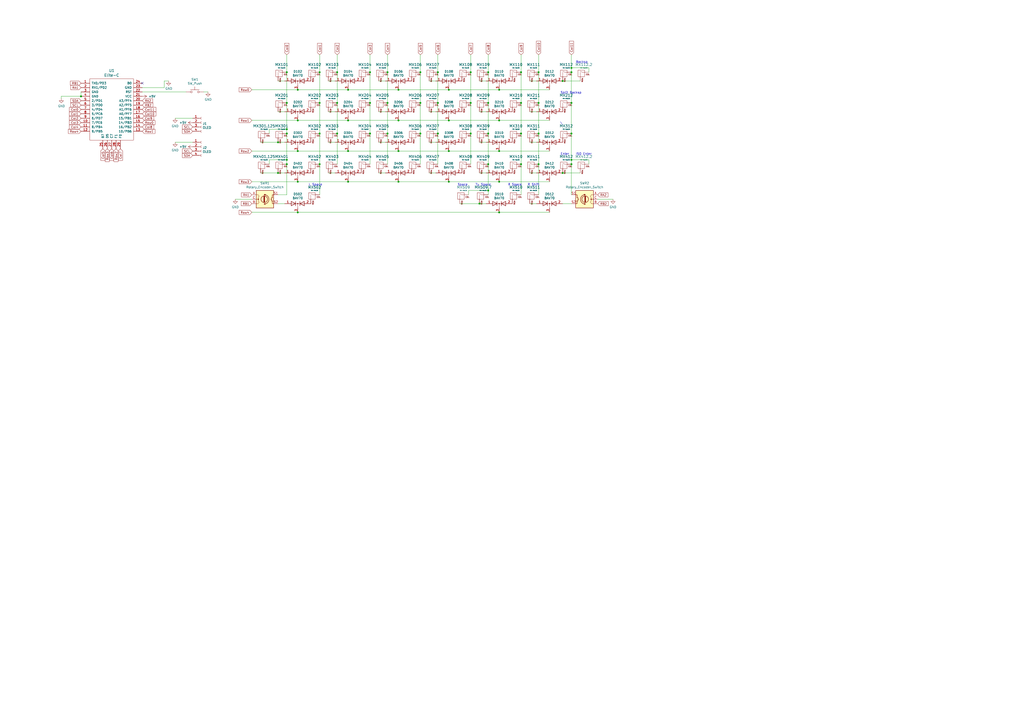
<source format=kicad_sch>
(kicad_sch (version 20211123) (generator eeschema)
  (paper "A2")
  (title_block (title "Sketchy Sketchy PCB") (date "2022-02-04") (rev "1") (company "dcpedit"))
  (lib_symbols
    (symbol "Connector:Conn_01x04_Female" (pin_names (offset 1.016) hide)
      (property "Reference" "J" (at 0 5.08 0))
      (property "Value" "Conn_01x04_Female" (at 0 -7.62 0))
      (symbol "Conn_01x04_Female_1_1"
        (pin passive line (at -5.08 2.54 0) (length 3.81) (name "Pin_1") (number "1"))
        (pin passive line (at -5.08 0 0) (length 3.81) (name "Pin_2") (number "2"))
        (pin passive line (at -5.08 -2.54 0) (length 3.81) (name "Pin_3") (number "3"))
        (pin passive line (at -5.08 -5.08 0) (length 3.81) (name "Pin_4") (number "4"))
      )
    )
    (symbol "Device:Rotary_Encoder_Switch" (pin_names (offset 0.254) hide)
      (property "Reference" "SW" (at 0 6.604 0))
      (property "Value" "Device_Rotary_Encoder_Switch" (at 0 -6.604 0))
      (symbol "Rotary_Encoder_Switch_1_1"
        (pin passive line (at -7.62 2.54 0) (length 2.54) (name "A") (number "A"))
        (pin passive line (at -7.62 -2.54 0) (length 2.54) (name "B") (number "B"))
        (pin passive line (at -7.62 0 0) (length 2.54) (name "C") (number "C"))
        (pin passive line (at 7.62 2.54 180) (length 2.54) (name "S1") (number "S1"))
        (pin passive line (at 7.62 -2.54 180) (length 2.54) (name "S2") (number "S2"))
      )
    )
    (symbol "Diode:BAV70" (pin_names (offset 0.762) hide)
      (property "Reference" "D" (at 0.635 -2.54 0))
      (property "Value" "BAV70" (at 0 2.54 0))
      (symbol "BAV70_0_1"
        (pin passive line (at -7.62 0 0) (length 3.81) (name "A") (number "1"))
        (pin passive line (at 7.62 0 180) (length 3.81) (name "A") (number "2"))
        (pin passive line (at 0 -5.08 90) (length 2.54) (name "K") (number "3"))
      )
    )
    (symbol "Switch:SW_Push" (pin_numbers hide) (pin_names (offset 1.016) hide)
      (property "Reference" "SW" (at 1.27 2.54 0))
      (property "Value" "SW_Push" (at 0 -1.524 0))
      (symbol "SW_Push_0_1"
        (pin passive line (at -5.08 0 0) (length 2.54) (name "1") (number "1"))
        (pin passive line (at 5.08 0 180) (length 2.54) (name "2") (number "2"))
      )
    )
    (symbol "power:+5V" (power) (pin_names (offset 0))
      (property "Value" "+5V" (at 0 3.556 0))
      (symbol "+5V_1_1"
        (pin power_in line (at 0 0 90) (length 0) hide (name "+5V") (number "1"))
      )
    )
    (symbol "power:GND" (power) (pin_names (offset 0))
      (property "Value" "GND" (at 0 -3.81 0))
      (symbol "GND_1_1"
        (pin power_in line (at 0 0 270) (length 0) hide (name "GND") (number "1"))
      )
    )
    (symbol "sketchy-rescue:Elite-C-keebio-sketchy-rescue" (pin_names (offset 1.016))
      (property "Reference" "U" (at 0 0 0))
      (property "Value" "Elite-C-keebio-sketchy-rescue" (at 0 2.54 0))
      (symbol "Elite-C-keebio-sketchy-rescue_1_1"
        (pin input line (at -17.78 13.97 0) (length 5.08) (name "TX0/PD3") (number "1"))
        (pin input line (at -17.78 -8.89 0) (length 5.08) (name "7/PE6") (number "10"))
        (pin input line (at -17.78 -11.43 0) (length 5.08) (name "8/PB4") (number "11"))
        (pin input line (at -17.78 -13.97 0) (length 5.08) (name "9/PB5") (number "12"))
        (pin input line (at 17.78 -13.97 180) (length 5.08) (name "10/PB6") (number "13"))
        (pin input line (at 17.78 -11.43 180) (length 5.08) (name "16/PB2") (number "14"))
        (pin input line (at 17.78 -8.89 180) (length 5.08) (name "14/PB3") (number "15"))
        (pin input line (at 17.78 -6.35 180) (length 5.08) (name "15/PB1") (number "16"))
        (pin input line (at 17.78 -3.81 180) (length 5.08) (name "A0/PF7") (number "17"))
        (pin input line (at 17.78 -1.27 180) (length 5.08) (name "A1/PF6") (number "18"))
        (pin input line (at 17.78 1.27 180) (length 5.08) (name "A2/PF5") (number "19"))
        (pin input line (at -17.78 11.43 0) (length 5.08) (name "RX1/PD2") (number "2"))
        (pin input line (at 17.78 3.81 180) (length 5.08) (name "A3/PF4") (number "20"))
        (pin input line (at 17.78 6.35 180) (length 5.08) (name "VCC") (number "21"))
        (pin input line (at 17.78 8.89 180) (length 5.08) (name "RST") (number "22"))
        (pin input line (at 17.78 11.43 180) (length 5.08) (name "GND") (number "23"))
        (pin input line (at 17.78 13.97 180) (length 5.08) (name "B0") (number "24"))
        (pin input line (at -5.08 -24.13 90) (length 5.08) (name "B7") (number "25"))
        (pin input line (at -2.54 -24.13 90) (length 5.08) (name "D5") (number "26"))
        (pin input line (at 0 -24.13 90) (length 5.08) (name "C7") (number "27"))
        (pin input line (at 2.54 -24.13 90) (length 5.08) (name "F1") (number "28"))
        (pin input line (at 5.08 -24.13 90) (length 5.08) (name "F0") (number "29"))
        (pin input line (at -17.78 8.89 0) (length 5.08) (name "GND") (number "3"))
        (pin input line (at -17.78 6.35 0) (length 5.08) (name "GND") (number "4"))
        (pin input line (at -17.78 3.81 0) (length 5.08) (name "2/PD1") (number "5"))
        (pin input line (at -17.78 1.27 0) (length 5.08) (name "3/PD0") (number "6"))
        (pin input line (at -17.78 -1.27 0) (length 5.08) (name "4/PD4") (number "7"))
        (pin input line (at -17.78 -3.81 0) (length 5.08) (name "5/PC6") (number "8"))
        (pin input line (at -17.78 -6.35 0) (length 5.08) (name "6/PD7") (number "9"))
      )
    )
    (symbol "sketchy-rescue:MX-NoLED-MX_Alps_Hybrid-sketchy-rescue" (pin_names (offset 1.016))
      (property "Reference" "MX" (at -0.635 3.81 0))
      (property "Value" "MX-NoLED-MX_Alps_Hybrid-sketchy-rescue" (at -0.635 1.27 0))
      (symbol "MX-NoLED-MX_Alps_Hybrid-sketchy-rescue_0_0"
        (text "COL" (at 3.175 0 0) (effects (font (size 0.762 0.762))))
        (text "ROW" (at 0 -1.905 900) (effects (font (size 0.762 0.762)) (justify right)))
      )
      (symbol "MX-NoLED-MX_Alps_Hybrid-sketchy-rescue_1_1"
        (pin passive line (at 3.81 1.27 180) (length 2.54) (name "COL") (number "1"))
        (pin passive line (at -1.27 -3.81 90) (length 2.54) (name "ROW") (number "2"))
      )
    )
  )
  (junction (at 172.72 87.63))
  (junction (at 161.29 82.55))
  (junction (at 231.14 52.07))
  (junction (at 312.42 95.25))
  (junction (at 166.37 92.71))
  (junction (at 224.79 59.69))
  (junction (at 166.37 77.47))
  (junction (at 195.58 59.69))
  (junction (at 243.84 59.69))
  (junction (at 231.14 105.41))
  (junction (at 283.21 110.49))
  (junction (at 46.99 55.88))
  (junction (at 201.93 105.41))
  (junction (at 273.05 77.47))
  (junction (at 254 77.47))
  (junction (at 312.42 41.91))
  (junction (at 201.93 69.85))
  (junction (at 224.79 77.47))
  (junction (at 166.37 74.93))
  (junction (at 214.63 77.47))
  (junction (at 166.37 41.91))
  (junction (at 166.37 59.69))
  (junction (at 195.58 41.91))
  (junction (at 331.47 59.69))
  (junction (at 273.05 41.91))
  (junction (at 260.35 87.63))
  (junction (at 331.47 95.25))
  (junction (at 331.47 92.71))
  (junction (at 195.58 77.47))
  (junction (at 302.26 95.25))
  (junction (at 243.84 41.91))
  (junction (at 289.56 69.85))
  (junction (at 254 59.69))
  (junction (at 289.56 87.63))
  (junction (at 283.21 41.91))
  (junction (at 185.42 59.69))
  (junction (at 273.05 59.69))
  (junction (at 231.14 69.85))
  (junction (at 243.84 77.47))
  (junction (at 331.47 39.37))
  (junction (at 283.21 95.25))
  (junction (at 185.42 41.91))
  (junction (at 172.72 105.41))
  (junction (at 302.26 41.91))
  (junction (at 260.35 105.41))
  (junction (at 214.63 59.69))
  (junction (at 166.37 95.25))
  (junction (at 224.79 41.91))
  (junction (at 289.56 105.41))
  (junction (at 283.21 77.47))
  (junction (at 326.39 100.33))
  (junction (at 326.39 46.99))
  (junction (at 260.35 52.07))
  (junction (at 302.26 59.69))
  (junction (at 172.72 69.85))
  (junction (at 331.47 77.47))
  (junction (at 201.93 52.07))
  (junction (at 172.72 123.19))
  (junction (at 161.29 100.33))
  (junction (at 312.42 77.47))
  (junction (at 283.21 59.69))
  (junction (at 278.13 118.11))
  (junction (at 289.56 52.07))
  (junction (at 331.47 41.91))
  (junction (at 172.72 52.07))
  (junction (at 231.14 87.63))
  (junction (at 201.93 87.63))
  (junction (at 289.56 123.19))
  (junction (at 302.26 77.47))
  (junction (at 260.35 69.85))
  (junction (at 254 41.91))
  (junction (at 312.42 59.69))
  (junction (at 185.42 95.25))
  (junction (at 214.63 41.91))
  (junction (at 185.42 77.47))
  (no_connect (at 82.55 48.26))
  (wire (pts (xy 307.34 100.33) (xy 311.15 100.33)))
  (wire (pts (xy 289.56 123.19) (xy 318.77 123.19)))
  (wire (pts (xy 224.79 41.91) (xy 224.79 31.75)))
  (wire (pts (xy 161.29 64.77) (xy 165.1 64.77)))
  (wire (pts (xy 302.26 41.91) (xy 302.26 31.75)))
  (wire (pts (xy 219.71 100.33) (xy 223.52 100.33)))
  (wire (pts (xy 243.84 95.25) (xy 243.84 77.47)))
  (wire (pts (xy 318.77 105.41) (xy 289.56 105.41)))
  (wire (pts (xy 336.55 100.33) (xy 326.39 100.33)))
  (wire (pts (xy 214.63 95.25) (xy 214.63 77.47)))
  (wire (pts (xy 161.29 113.03) (xy 166.37 113.03)))
  (wire (pts (xy 35.56 55.88) (xy 35.56 57.15)))
  (wire (pts (xy 331.47 41.91) (xy 331.47 39.37)))
  (wire (pts (xy 190.5 100.33) (xy 194.31 100.33)))
  (wire (pts (xy 101.6 82.55) (xy 111.76 82.55)))
  (wire (pts (xy 260.35 69.85) (xy 231.14 69.85)))
  (wire (pts (xy 214.63 59.69) (xy 214.63 41.91)))
  (wire (pts (xy 307.34 82.55) (xy 311.15 82.55)))
  (wire (pts (xy 156.21 92.71) (xy 166.37 92.71)))
  (wire (pts (xy 166.37 74.93) (xy 166.37 59.69)))
  (wire (pts (xy 254 41.91) (xy 254 31.75)))
  (wire (pts (xy 172.72 52.07) (xy 146.05 52.07)))
  (wire (pts (xy 172.72 123.19) (xy 289.56 123.19)))
  (wire (pts (xy 231.14 69.85) (xy 201.93 69.85)))
  (wire (pts (xy 312.42 41.91) (xy 312.42 31.75)))
  (wire (pts (xy 318.77 69.85) (xy 289.56 69.85)))
  (wire (pts (xy 118.11 53.34) (xy 120.65 53.34)))
  (wire (pts (xy 201.93 52.07) (xy 172.72 52.07)))
  (wire (pts (xy 248.92 100.33) (xy 252.73 100.33)))
  (wire (pts (xy 172.72 123.19) (xy 146.05 123.19)))
  (wire (pts (xy 185.42 41.91) (xy 185.42 31.75)))
  (wire (pts (xy 201.93 69.85) (xy 172.72 69.85)))
  (wire (pts (xy 190.5 46.99) (xy 194.31 46.99)))
  (wire (pts (xy 283.21 95.25) (xy 283.21 77.47)))
  (wire (pts (xy 146.05 115.57) (xy 136.525 115.57)))
  (wire (pts (xy 95.25 46.99) (xy 95.25 50.8)))
  (wire (pts (xy 271.78 113.03) (xy 271.78 110.49)))
  (wire (pts (xy 271.78 110.49) (xy 283.21 110.49)))
  (wire (pts (xy 331.47 95.25) (xy 331.47 92.71)))
  (wire (pts (xy 273.05 77.47) (xy 273.05 59.69)))
  (wire (pts (xy 166.37 113.03) (xy 166.37 95.25)))
  (wire (pts (xy 289.56 87.63) (xy 260.35 87.63)))
  (wire (pts (xy 273.05 59.69) (xy 273.05 41.91)))
  (wire (pts (xy 161.29 100.33) (xy 165.1 100.33)))
  (wire (pts (xy 243.84 77.47) (xy 243.84 59.69)))
  (wire (pts (xy 260.35 52.07) (xy 231.14 52.07)))
  (wire (pts (xy 281.94 118.11) (xy 278.13 118.11)))
  (wire (pts (xy 231.14 87.63) (xy 201.93 87.63)))
  (wire (pts (xy 289.56 52.07) (xy 260.35 52.07)))
  (wire (pts (xy 190.5 82.55) (xy 194.31 82.55)))
  (wire (pts (xy 336.55 46.99) (xy 326.39 46.99)))
  (wire (pts (xy 248.92 64.77) (xy 252.73 64.77)))
  (wire (pts (xy 166.37 92.71) (xy 166.37 77.47)))
  (wire (pts (xy 219.71 64.77) (xy 223.52 64.77)))
  (wire (pts (xy 101.6 68.58) (xy 111.76 68.58)))
  (wire (pts (xy 278.13 82.55) (xy 281.94 82.55)))
  (wire (pts (xy 331.47 77.47) (xy 331.47 59.69)))
  (wire (pts (xy 283.21 59.69) (xy 283.21 41.91)))
  (wire (pts (xy 318.77 87.63) (xy 289.56 87.63)))
  (wire (pts (xy 318.77 52.07) (xy 289.56 52.07)))
  (wire (pts (xy 283.21 110.49) (xy 283.21 95.25)))
  (wire (pts (xy 231.14 105.41) (xy 201.93 105.41)))
  (wire (pts (xy 201.93 87.63) (xy 172.72 87.63)))
  (wire (pts (xy 161.29 82.55) (xy 165.1 82.55)))
  (wire (pts (xy 243.84 59.69) (xy 243.84 41.91)))
  (wire (pts (xy 172.72 87.63) (xy 146.05 87.63)))
  (wire (pts (xy 97.79 46.99) (xy 95.25 46.99)))
  (wire (pts (xy 172.72 105.41) (xy 146.05 105.41)))
  (wire (pts (xy 273.05 95.25) (xy 273.05 77.47)))
  (wire (pts (xy 341.63 92.71) (xy 331.47 92.71)))
  (wire (pts (xy 266.7 118.11) (xy 278.13 118.11)))
  (wire (pts (xy 312.42 95.25) (xy 312.42 77.47)))
  (wire (pts (xy 156.21 95.25) (xy 156.21 92.71)))
  (wire (pts (xy 161.29 46.99) (xy 165.1 46.99)))
  (wire (pts (xy 185.42 77.47) (xy 185.42 59.69)))
  (wire (pts (xy 283.21 41.91) (xy 283.21 31.75)))
  (wire (pts (xy 151.13 82.55) (xy 161.29 82.55)))
  (wire (pts (xy 260.35 105.41) (xy 231.14 105.41)))
  (wire (pts (xy 195.58 77.47) (xy 195.58 59.69)))
  (wire (pts (xy 254 59.69) (xy 254 41.91)))
  (wire (pts (xy 185.42 113.03) (xy 185.42 95.25)))
  (wire (pts (xy 243.84 41.91) (xy 243.84 31.75)))
  (wire (pts (xy 190.5 64.77) (xy 194.31 64.77)))
  (wire (pts (xy 166.37 77.47) (xy 166.37 74.93)))
  (wire (pts (xy 331.47 59.69) (xy 331.47 41.91)))
  (wire (pts (xy 185.42 95.25) (xy 185.42 77.47)))
  (wire (pts (xy 254 77.47) (xy 254 59.69)))
  (wire (pts (xy 307.34 64.77) (xy 311.15 64.77)))
  (wire (pts (xy 278.13 46.99) (xy 281.94 46.99)))
  (wire (pts (xy 312.42 113.03) (xy 312.42 95.25)))
  (wire (pts (xy 331.47 118.11) (xy 326.39 118.11)))
  (wire (pts (xy 302.26 113.03) (xy 302.26 95.25)))
  (wire (pts (xy 341.63 95.25) (xy 341.63 92.71)))
  (wire (pts (xy 166.37 41.91) (xy 166.37 31.75)))
  (wire (pts (xy 161.29 118.11) (xy 165.1 118.11)))
  (wire (pts (xy 248.92 82.55) (xy 252.73 82.55)))
  (wire (pts (xy 307.34 118.11) (xy 311.15 118.11)))
  (wire (pts (xy 201.93 105.41) (xy 172.72 105.41)))
  (wire (pts (xy 346.71 115.57) (xy 355.6 115.57)))
  (wire (pts (xy 260.35 87.63) (xy 231.14 87.63)))
  (wire (pts (xy 156.21 77.47) (xy 156.21 74.93)))
  (wire (pts (xy 82.55 50.8) (xy 95.25 50.8)))
  (wire (pts (xy 214.63 41.91) (xy 214.63 31.75)))
  (wire (pts (xy 214.63 77.47) (xy 214.63 59.69)))
  (wire (pts (xy 46.99 53.34) (xy 46.99 55.88)))
  (wire (pts (xy 273.05 41.91) (xy 273.05 31.75)))
  (wire (pts (xy 248.92 46.99) (xy 252.73 46.99)))
  (wire (pts (xy 166.37 95.25) (xy 166.37 92.71)))
  (wire (pts (xy 231.14 52.07) (xy 201.93 52.07)))
  (wire (pts (xy 278.13 64.77) (xy 281.94 64.77)))
  (wire (pts (xy 312.42 59.69) (xy 312.42 41.91)))
  (wire (pts (xy 166.37 59.69) (xy 166.37 41.91)))
  (wire (pts (xy 283.21 77.47) (xy 283.21 59.69)))
  (wire (pts (xy 331.47 39.37) (xy 331.47 31.75)))
  (wire (pts (xy 195.58 95.25) (xy 195.58 77.47)))
  (wire (pts (xy 195.58 59.69) (xy 195.58 41.91)))
  (wire (pts (xy 331.47 113.03) (xy 331.47 95.25)))
  (wire (pts (xy 289.56 105.41) (xy 260.35 105.41)))
  (wire (pts (xy 307.34 46.99) (xy 311.15 46.99)))
  (wire (pts (xy 302.26 77.47) (xy 302.26 59.69)))
  (wire (pts (xy 224.79 59.69) (xy 224.79 41.91)))
  (wire (pts (xy 35.56 55.88) (xy 46.99 55.88)))
  (wire (pts (xy 156.21 74.93) (xy 166.37 74.93)))
  (wire (pts (xy 341.63 39.37) (xy 331.47 39.37)))
  (wire (pts (xy 254 95.25) (xy 254 77.47)))
  (wire (pts (xy 151.13 100.33) (xy 161.29 100.33)))
  (wire (pts (xy 82.55 53.34) (xy 107.95 53.34)))
  (wire (pts (xy 224.79 77.47) (xy 224.79 59.69)))
  (wire (pts (xy 219.71 46.99) (xy 223.52 46.99)))
  (wire (pts (xy 224.79 95.25) (xy 224.79 77.47)))
  (wire (pts (xy 219.71 82.55) (xy 223.52 82.55)))
  (wire (pts (xy 195.58 41.91) (xy 195.58 31.75)))
  (wire (pts (xy 302.26 59.69) (xy 302.26 41.91)))
  (wire (pts (xy 302.26 95.25) (xy 302.26 77.47)))
  (wire (pts (xy 289.56 69.85) (xy 260.35 69.85)))
  (wire (pts (xy 341.63 41.91) (xy 341.63 39.37)))
  (wire (pts (xy 283.21 113.03) (xy 283.21 110.49)))
  (wire (pts (xy 185.42 59.69) (xy 185.42 41.91)))
  (wire (pts (xy 172.72 69.85) (xy 146.05 69.85)))
  (wire (pts (xy 312.42 77.47) (xy 312.42 59.69)))
  (wire (pts (xy 278.13 100.33) (xy 281.94 100.33)))
  (wire (pts (xy 331.47 92.71) (xy 331.47 77.47)))
  (text "Space" (at 265.43 107.95 0) (effects (font (size 1.27 1.27)) (justify left bottom)))
  (text "L Space" (at 179.07 107.95 0) (effects (font (size 1.27 1.27)) (justify left bottom)))
  (text "7u Space" (at 275.59 107.95 0) (effects (font (size 1.27 1.27)) (justify left bottom)))
  (text "Enter" (at 325.12 90.17 0) (effects (font (size 1.27 1.27)) (justify left bottom)))
  (text "ISO Enter" (at 334.01 90.17 0) (effects (font (size 1.27 1.27)) (justify left bottom)))
  (text "Split Backsp" (at 325.12 54.61 0) (effects (font (size 1.27 1.27)) (justify left bottom)))
  (text "\\" (at 325.12 72.39 0) (effects (font (size 1.27 1.27)) (justify left bottom)))
  (text "Backsp" (at 334.01 36.83 0) (effects (font (size 1.27 1.27)) (justify left bottom)))
  (text "R Space" (at 294.64 107.95 0) (effects (font (size 1.27 1.27)) (justify left bottom)))
  (text "R Shift" (at 306.07 107.95 0) (effects (font (size 1.27 1.27)) (justify left bottom)))
  (global_label "Col8" (shape input) (at 82.55 73.66 0) (property "Intersheet References" "${INTERSHEET_REFS}" (effects hide)))
  (global_label "Col7" (shape input) (at 273.05 31.75 90) (property "Intersheet References" "${INTERSHEET_REFS}" (effects hide)))
  (global_label "Col6" (shape input) (at 254 31.75 90) (property "Intersheet References" "${INTERSHEET_REFS}" (effects hide)))
  (global_label "RB1" (shape input) (at 46.99 48.26 180) (property "Intersheet References" "${INTERSHEET_REFS}" (effects hide)))
  (global_label "Col3" (shape input) (at 46.99 71.12 180) (property "Intersheet References" "${INTERSHEET_REFS}" (effects hide)))
  (global_label "Col4" (shape input) (at 224.79 31.75 90) (property "Intersheet References" "${INTERSHEET_REFS}" (effects hide)))
  (global_label "SCL" (shape input) (at 111.76 87.63 180) (property "Intersheet References" "${INTERSHEET_REFS}" (effects hide)))
  (global_label "Col4" (shape input) (at 46.99 73.66 180) (property "Intersheet References" "${INTERSHEET_REFS}" (effects hide)))
  (global_label "Row3" (shape input) (at 146.05 105.41 180) (property "Intersheet References" "${INTERSHEET_REFS}" (effects hide)))
  (global_label "RA1" (shape input) (at 46.99 50.8 180) (property "Intersheet References" "${INTERSHEET_REFS}" (effects hide)))
  (global_label "Col0" (shape input) (at 46.99 63.5 180) (property "Intersheet References" "${INTERSHEET_REFS}" (effects hide)))
  (global_label "SDA" (shape input) (at 111.76 76.2 180) (property "Intersheet References" "${INTERSHEET_REFS}" (effects hide)))
  (global_label "Col2" (shape input) (at 195.58 31.75 90) (property "Intersheet References" "${INTERSHEET_REFS}" (effects hide)))
  (global_label "SCL" (shape input) (at 111.76 73.66 180) (property "Intersheet References" "${INTERSHEET_REFS}" (effects hide)))
  (global_label "Row1" (shape input) (at 146.05 69.85 180) (property "Intersheet References" "${INTERSHEET_REFS}" (effects hide)))
  (global_label "Col5" (shape input) (at 243.84 31.75 90) (property "Intersheet References" "${INTERSHEET_REFS}" (effects hide)))
  (global_label "Col11" (shape input) (at 331.47 31.75 90) (property "Intersheet References" "${INTERSHEET_REFS}" (effects hide)))
  (global_label "Row1" (shape input) (at 82.55 76.2 0) (property "Intersheet References" "${INTERSHEET_REFS}" (effects hide)))
  (global_label "RB2" (shape input) (at 82.55 60.96 0) (property "Intersheet References" "${INTERSHEET_REFS}" (effects hide)))
  (global_label "SDA" (shape input) (at 46.99 58.42 180) (property "Intersheet References" "${INTERSHEET_REFS}" (effects hide)))
  (global_label "Row3" (shape input) (at 62.23 86.36 270) (property "Intersheet References" "${INTERSHEET_REFS}" (effects hide)))
  (global_label "Row4" (shape input) (at 146.05 123.19 180) (property "Intersheet References" "${INTERSHEET_REFS}" (effects hide)))
  (global_label "RA1" (shape input) (at 146.05 113.03 180) (property "Intersheet References" "${INTERSHEET_REFS}" (effects hide)))
  (global_label "Row0" (shape input) (at 146.05 52.07 180) (property "Intersheet References" "${INTERSHEET_REFS}" (effects hide)))
  (global_label "Col5" (shape input) (at 59.69 86.36 270) (property "Intersheet References" "${INTERSHEET_REFS}" (effects hide)))
  (global_label "Row4" (shape input) (at 46.99 76.2 180) (property "Intersheet References" "${INTERSHEET_REFS}" (effects hide)))
  (global_label "Col0" (shape input) (at 166.37 31.75 90) (property "Intersheet References" "${INTERSHEET_REFS}" (effects hide)))
  (global_label "Col6" (shape input) (at 64.77 86.36 270) (property "Intersheet References" "${INTERSHEET_REFS}" (effects hide)))
  (global_label "Col10" (shape input) (at 312.42 31.75 90) (property "Intersheet References" "${INTERSHEET_REFS}" (effects hide)))
  (global_label "SCL" (shape input) (at 46.99 60.96 180) (property "Intersheet References" "${INTERSHEET_REFS}" (effects hide)))
  (global_label "RA2" (shape input) (at 82.55 58.42 0) (property "Intersheet References" "${INTERSHEET_REFS}" (effects hide)))
  (global_label "Col9" (shape input) (at 82.55 68.58 0) (property "Intersheet References" "${INTERSHEET_REFS}" (effects hide)))
  (global_label "Col1" (shape input) (at 185.42 31.75 90) (property "Intersheet References" "${INTERSHEET_REFS}" (effects hide)))
  (global_label "Col10" (shape input) (at 82.55 66.04 0) (property "Intersheet References" "${INTERSHEET_REFS}" (effects hide)))
  (global_label "Col9" (shape input) (at 302.26 31.75 90) (property "Intersheet References" "${INTERSHEET_REFS}" (effects hide)))
  (global_label "Col7" (shape input) (at 69.85 86.36 270) (property "Intersheet References" "${INTERSHEET_REFS}" (effects hide)))
  (global_label "Row2" (shape input) (at 146.05 87.63 180) (property "Intersheet References" "${INTERSHEET_REFS}" (effects hide)))
  (global_label "Row2" (shape input) (at 67.31 86.36 270) (property "Intersheet References" "${INTERSHEET_REFS}" (effects hide)))
  (global_label "Col11" (shape input) (at 82.55 63.5 0) (property "Intersheet References" "${INTERSHEET_REFS}" (effects hide)))
  (global_label "Col1" (shape input) (at 46.99 66.04 180) (property "Intersheet References" "${INTERSHEET_REFS}" (effects hide)))
  (global_label "Col2" (shape input) (at 46.99 68.58 180) (property "Intersheet References" "${INTERSHEET_REFS}" (effects hide)))
  (global_label "RB2" (shape input) (at 346.71 118.11 0) (property "Intersheet References" "${INTERSHEET_REFS}" (effects hide)))
  (global_label "Row0" (shape input) (at 82.55 71.12 0) (property "Intersheet References" "${INTERSHEET_REFS}" (effects hide)))
  (global_label "Col8" (shape input) (at 283.21 31.75 90) (property "Intersheet References" "${INTERSHEET_REFS}" (effects hide)))
  (global_label "RA2" (shape input) (at 346.71 113.03 0) (property "Intersheet References" "${INTERSHEET_REFS}" (effects hide)))
  (global_label "Col3" (shape input) (at 214.63 31.75 90) (property "Intersheet References" "${INTERSHEET_REFS}" (effects hide)))
  (global_label "SDA" (shape input) (at 111.76 90.17 180) (property "Intersheet References" "${INTERSHEET_REFS}" (effects hide)))
  (global_label "RB1" (shape input) (at 146.05 118.11 180) (property "Intersheet References" "${INTERSHEET_REFS}" (effects hide)))
  (symbol (lib_id "sketchy-rescue:Elite-C-keebio-sketchy-rescue") (at 64.77 62.23 0) (unit 1)
    (property "Reference" "U1" (at 64.77 40.9702 0) (effects (font (size 1.524 1.524))))
    (property "Value" "Elite-C" (at 64.77 43.6626 0) (effects (font (size 1.524 1.524))))
    (property "Footprint" "Keebio-Parts:Elite-C" (effects hide))
  )
  (symbol (lib_id "power:GND") (at 97.79 46.99 0) (unit 1)
    (property "Reference" "#PWR0101" (effects hide))
    (property "Value" "GND" (at 97.917 51.3842 0))
  )
  (symbol (lib_id "power:GND") (at 120.65 53.34 0) (unit 1)
    (property "Reference" "#PWR0102" (effects hide))
    (property "Value" "GND" (at 120.777 57.7342 0))
  )
  (symbol (lib_id "Switch:SW_Push") (at 113.03 53.34 0) (unit 1)
    (property "Reference" "SW1" (at 113.03 46.101 0))
    (property "Value" "SW_Push" (at 113.03 48.4124 0))
    (property "Footprint" "Keebio-Parts:SW_Tactile_SPST_Angled_MJTP1117" (effects hide))
  )
  (symbol (lib_id "sketchy-rescue:MX-NoLED-MX_Alps_Hybrid-sketchy-rescue") (at 191.77 43.18 0) (unit 1)
    (property "Reference" "MX103" (at 192.6082 37.5158 0) (effects (font (size 1.524 1.524))))
    (property "Value" "MX-NoLED" (at 192.6082 39.3954 0) (effects (font (size 0.508 0.508))))
    (property "Footprint" "MX_Only:MXOnly-1U-Hotswap" (effects hide))
  )
  (symbol (lib_id "Diode:BAV70") (at 172.72 46.99 0) (unit 1)
    (property "Reference" "D102" (at 172.72 41.4782 0))
    (property "Value" "BAV70" (at 172.72 43.7896 0))
    (property "Footprint" "Keebio-Parts:SOT-23_Handsoldering" (effects hide))
    (property "Datasheet" "https://assets.nexperia.com/documents/data-sheet/BAV70_SER.pdf" (effects hide))
  )
  (symbol (lib_id "sketchy-rescue:MX-NoLED-MX_Alps_Hybrid-sketchy-rescue") (at 210.82 43.18 0) (unit 1)
    (property "Reference" "MX104" (at 211.6582 37.5158 0) (effects (font (size 1.524 1.524))))
    (property "Value" "MX-NoLED" (at 211.6582 39.3954 0) (effects (font (size 0.508 0.508))))
    (property "Footprint" "MX_Only:MXOnly-1U-Hotswap" (effects hide))
  )
  (symbol (lib_id "Diode:BAV70") (at 201.93 46.99 0) (unit 1)
    (property "Reference" "D104" (at 201.93 41.4782 0))
    (property "Value" "BAV70" (at 201.93 43.7896 0))
    (property "Footprint" "Keebio-Parts:SOT-23_Handsoldering" (effects hide))
    (property "Datasheet" "https://assets.nexperia.com/documents/data-sheet/BAV70_SER.pdf" (effects hide))
  )
  (symbol (lib_id "sketchy-rescue:MX-NoLED-MX_Alps_Hybrid-sketchy-rescue") (at 220.98 43.18 0) (unit 1)
    (property "Reference" "MX105" (at 221.8182 37.5158 0) (effects (font (size 1.524 1.524))))
    (property "Value" "MX-NoLED" (at 221.8182 39.3954 0) (effects (font (size 0.508 0.508))))
    (property "Footprint" "MX_Only:MXOnly-1U-Hotswap" (effects hide))
  )
  (symbol (lib_id "sketchy-rescue:MX-NoLED-MX_Alps_Hybrid-sketchy-rescue") (at 240.03 43.18 0) (unit 1)
    (property "Reference" "MX106" (at 240.8682 37.5158 0) (effects (font (size 1.524 1.524))))
    (property "Value" "MX-NoLED" (at 240.8682 39.3954 0) (effects (font (size 0.508 0.508))))
    (property "Footprint" "MX_Only:MXOnly-1U-Hotswap" (effects hide))
  )
  (symbol (lib_id "sketchy-rescue:MX-NoLED-MX_Alps_Hybrid-sketchy-rescue") (at 250.19 43.18 0) (unit 1)
    (property "Reference" "MX107" (at 251.0282 37.5158 0) (effects (font (size 1.524 1.524))))
    (property "Value" "MX-NoLED" (at 251.0282 39.3954 0) (effects (font (size 0.508 0.508))))
    (property "Footprint" "MX_Only:MXOnly-1U-Hotswap" (effects hide))
  )
  (symbol (lib_id "Diode:BAV70") (at 231.14 46.99 0) (unit 1)
    (property "Reference" "D106" (at 231.14 41.4782 0))
    (property "Value" "BAV70" (at 231.14 43.7896 0))
    (property "Footprint" "Keebio-Parts:SOT-23_Handsoldering" (effects hide))
    (property "Datasheet" "https://assets.nexperia.com/documents/data-sheet/BAV70_SER.pdf" (effects hide))
  )
  (symbol (lib_id "Diode:BAV70") (at 260.35 46.99 0) (unit 1)
    (property "Reference" "D108" (at 260.35 41.4782 0))
    (property "Value" "BAV70" (at 260.35 43.7896 0))
    (property "Footprint" "Keebio-Parts:SOT-23_Handsoldering" (effects hide))
    (property "Datasheet" "https://assets.nexperia.com/documents/data-sheet/BAV70_SER.pdf" (effects hide))
  )
  (symbol (lib_id "sketchy-rescue:MX-NoLED-MX_Alps_Hybrid-sketchy-rescue") (at 269.24 43.18 0) (unit 1)
    (property "Reference" "MX108" (at 270.0782 37.5158 0) (effects (font (size 1.524 1.524))))
    (property "Value" "MX-NoLED" (at 270.0782 39.3954 0) (effects (font (size 0.508 0.508))))
    (property "Footprint" "MX_Only:MXOnly-1U-Hotswap" (effects hide))
  )
  (symbol (lib_id "sketchy-rescue:MX-NoLED-MX_Alps_Hybrid-sketchy-rescue") (at 279.4 43.18 0) (unit 1)
    (property "Reference" "MX109" (at 280.2382 37.5158 0) (effects (font (size 1.524 1.524))))
    (property "Value" "MX-NoLED" (at 280.2382 39.3954 0) (effects (font (size 0.508 0.508))))
    (property "Footprint" "MX_Only:MXOnly-1U-Hotswap" (effects hide))
  )
  (symbol (lib_id "sketchy-rescue:MX-NoLED-MX_Alps_Hybrid-sketchy-rescue") (at 298.45 43.18 0) (unit 1)
    (property "Reference" "MX110" (at 299.2882 37.5158 0) (effects (font (size 1.524 1.524))))
    (property "Value" "MX-NoLED" (at 299.2882 39.3954 0) (effects (font (size 0.508 0.508))))
    (property "Footprint" "MX_Only:MXOnly-1U-Hotswap" (effects hide))
  )
  (symbol (lib_id "Diode:BAV70") (at 289.56 46.99 0) (unit 1)
    (property "Reference" "D110" (at 289.56 41.4782 0))
    (property "Value" "BAV70" (at 289.56 43.7896 0))
    (property "Footprint" "Keebio-Parts:SOT-23_Handsoldering" (effects hide))
    (property "Datasheet" "https://assets.nexperia.com/documents/data-sheet/BAV70_SER.pdf" (effects hide))
  )
  (symbol (lib_id "sketchy-rescue:MX-NoLED-MX_Alps_Hybrid-sketchy-rescue") (at 308.61 43.18 0) (unit 1)
    (property "Reference" "MX111" (at 309.4482 37.5158 0) (effects (font (size 1.524 1.524))))
    (property "Value" "MX-NoLED" (at 309.4482 39.3954 0) (effects (font (size 0.508 0.508))))
    (property "Footprint" "MX_Only:MXOnly-1U-Hotswap" (effects hide))
  )
  (symbol (lib_id "Diode:BAV70") (at 318.77 46.99 0) (unit 1)
    (property "Reference" "D112" (at 318.77 41.4782 0))
    (property "Value" "BAV70" (at 318.77 43.7896 0))
    (property "Footprint" "Keebio-Parts:SOT-23_Handsoldering" (effects hide))
    (property "Datasheet" "https://assets.nexperia.com/documents/data-sheet/BAV70_SER.pdf" (effects hide))
  )
  (symbol (lib_id "sketchy-rescue:MX-NoLED-MX_Alps_Hybrid-sketchy-rescue") (at 327.66 43.18 0) (unit 1)
    (property "Reference" "MX112" (at 328.4982 37.5158 0) (effects (font (size 1.524 1.524))))
    (property "Value" "MX-NoLED" (at 328.4982 39.3954 0) (effects (font (size 0.508 0.508))))
    (property "Footprint" "MX_Only:MXOnly-1U-Hotswap" (effects hide))
  )
  (symbol (lib_id "sketchy-rescue:MX-NoLED-MX_Alps_Hybrid-sketchy-rescue") (at 181.61 43.18 0) (unit 1)
    (property "Reference" "MX102" (at 182.4482 37.5158 0) (effects (font (size 1.524 1.524))))
    (property "Value" "MX-NoLED" (at 182.4482 39.3954 0) (effects (font (size 0.508 0.508))))
    (property "Footprint" "MX_Only:MXOnly-1U-Hotswap" (effects hide))
  )
  (symbol (lib_id "sketchy-rescue:MX-NoLED-MX_Alps_Hybrid-sketchy-rescue") (at 162.56 43.18 0) (unit 1)
    (property "Reference" "MX101" (at 163.3982 37.5158 0) (effects (font (size 1.524 1.524))))
    (property "Value" "MX-NoLED" (at 163.3982 39.3954 0) (effects (font (size 0.508 0.508))))
    (property "Footprint" "MX_Only:MXOnly-1U-Hotswap" (effects hide))
  )
  (symbol (lib_id "power:GND") (at 35.56 57.15 0) (unit 1)
    (property "Reference" "#PWR0103" (effects hide))
    (property "Value" "GND" (at 35.687 61.5442 0))
  )
  (symbol (lib_id "Connector:Conn_01x04_Female") (at 116.84 71.12 0) (unit 1)
    (property "Reference" "J1" (at 117.5512 71.7296 0) (effects (justify left)))
    (property "Value" "OLED" (at 117.5512 74.041 0) (effects (justify left)))
    (property "Footprint" "Custom_Footprints:SSD1306_OLED" (effects hide))
  )
  (symbol (lib_id "Connector:Conn_01x04_Female") (at 116.84 85.09 0) (unit 1)
    (property "Reference" "J2" (at 117.5512 85.6996 0) (effects (justify left)))
    (property "Value" "OLED" (at 117.5512 88.011 0) (effects (justify left)))
    (property "Footprint" "Custom_Footprints:SSD1306_OLED" (effects hide))
  )
  (symbol (lib_id "sketchy-rescue:MX-NoLED-MX_Alps_Hybrid-sketchy-rescue") (at 337.82 43.18 0) (unit 1)
    (property "Reference" "MX112.2" (at 338.6582 37.5158 0) (effects (font (size 1.524 1.524))))
    (property "Value" "MX-NoLED" (at 338.6582 39.3954 0) (effects (font (size 0.508 0.508))))
    (property "Footprint" "MX_Only:MXOnly-2U-Hotswap" (effects hide))
  )
  (symbol (lib_id "sketchy-rescue:MX-NoLED-MX_Alps_Hybrid-sketchy-rescue") (at 337.82 96.52 0) (unit 1)
    (property "Reference" "MX412.2" (at 338.6582 90.8558 0) (effects (font (size 1.524 1.524))))
    (property "Value" "MX-NoLED" (at 338.6582 92.7354 0) (effects (font (size 0.508 0.508))))
    (property "Footprint" "MX_Only:MXOnly-ISO-Hotswap" (effects hide))
  )
  (symbol (lib_id "Device:Rotary_Encoder_Switch") (at 153.67 115.57 0) (unit 1)
    (property "Reference" "SWR1" (at 153.67 106.2482 0))
    (property "Value" "Rotary_Encoder_Switch" (at 153.67 108.5596 0))
    (property "Footprint" "Keebio-Parts:RotaryEncoder_Alps_EC11E-Switch_Vertical_H20mm" (effects hide))
  )
  (symbol (lib_id "Device:Rotary_Encoder_Switch") (at 339.09 115.57 0) (mirror y) (unit 1)
    (property "Reference" "SWR2" (at 339.09 106.2482 0))
    (property "Value" "Rotary_Encoder_Switch" (at 339.09 108.5596 0))
    (property "Footprint" "Keebio-Parts:RotaryEncoder_Alps_EC11E-Switch_Vertical_H20mm" (effects hide))
  )
  (symbol (lib_id "sketchy-rescue:MX-NoLED-MX_Alps_Hybrid-sketchy-rescue") (at 267.97 114.3 0) (unit 1)
    (property "Reference" "MX509" (at 268.8082 108.6358 0) (effects (font (size 1.524 1.524))))
    (property "Value" "MX-NoLED" (at 268.8082 110.5154 0) (effects (font (size 0.508 0.508))))
    (property "Footprint" "MX_Only:MXOnly-2.25U-Hotswap-ReversedStabilizers" (effects hide))
  )
  (symbol (lib_id "sketchy-rescue:MX-NoLED-MX_Alps_Hybrid-sketchy-rescue") (at 191.77 60.96 0) (unit 1)
    (property "Reference" "MX203" (at 192.6082 55.2958 0) (effects (font (size 1.524 1.524))))
    (property "Value" "MX-NoLED" (at 192.6082 57.1754 0) (effects (font (size 0.508 0.508))))
    (property "Footprint" "MX_Only:MXOnly-1U-Hotswap" (effects hide))
  )
  (symbol (lib_id "Diode:BAV70") (at 172.72 64.77 0) (unit 1)
    (property "Reference" "D202" (at 172.72 59.2582 0))
    (property "Value" "BAV70" (at 172.72 61.5696 0))
    (property "Footprint" "Keebio-Parts:SOT-23_Handsoldering" (effects hide))
    (property "Datasheet" "https://assets.nexperia.com/documents/data-sheet/BAV70_SER.pdf" (effects hide))
  )
  (symbol (lib_id "sketchy-rescue:MX-NoLED-MX_Alps_Hybrid-sketchy-rescue") (at 210.82 60.96 0) (unit 1)
    (property "Reference" "MX204" (at 211.6582 55.2958 0) (effects (font (size 1.524 1.524))))
    (property "Value" "MX-NoLED" (at 211.6582 57.1754 0) (effects (font (size 0.508 0.508))))
    (property "Footprint" "MX_Only:MXOnly-1U-Hotswap" (effects hide))
  )
  (symbol (lib_id "Diode:BAV70") (at 201.93 64.77 0) (unit 1)
    (property "Reference" "D204" (at 201.93 59.2582 0))
    (property "Value" "BAV70" (at 201.93 61.5696 0))
    (property "Footprint" "Keebio-Parts:SOT-23_Handsoldering" (effects hide))
    (property "Datasheet" "https://assets.nexperia.com/documents/data-sheet/BAV70_SER.pdf" (effects hide))
  )
  (symbol (lib_id "sketchy-rescue:MX-NoLED-MX_Alps_Hybrid-sketchy-rescue") (at 220.98 60.96 0) (unit 1)
    (property "Reference" "MX205" (at 221.8182 55.2958 0) (effects (font (size 1.524 1.524))))
    (property "Value" "MX-NoLED" (at 221.8182 57.1754 0) (effects (font (size 0.508 0.508))))
    (property "Footprint" "MX_Only:MXOnly-1U-Hotswap" (effects hide))
  )
  (symbol (lib_id "sketchy-rescue:MX-NoLED-MX_Alps_Hybrid-sketchy-rescue") (at 240.03 60.96 0) (unit 1)
    (property "Reference" "MX206" (at 240.8682 55.2958 0) (effects (font (size 1.524 1.524))))
    (property "Value" "MX-NoLED" (at 240.8682 57.1754 0) (effects (font (size 0.508 0.508))))
    (property "Footprint" "MX_Only:MXOnly-1U-Hotswap" (effects hide))
  )
  (symbol (lib_id "sketchy-rescue:MX-NoLED-MX_Alps_Hybrid-sketchy-rescue") (at 250.19 60.96 0) (unit 1)
    (property "Reference" "MX207" (at 251.0282 55.2958 0) (effects (font (size 1.524 1.524))))
    (property "Value" "MX-NoLED" (at 251.0282 57.1754 0) (effects (font (size 0.508 0.508))))
    (property "Footprint" "MX_Only:MXOnly-1U-Hotswap" (effects hide))
  )
  (symbol (lib_id "Diode:BAV70") (at 231.14 64.77 0) (unit 1)
    (property "Reference" "D206" (at 231.14 59.2582 0))
    (property "Value" "BAV70" (at 231.14 61.5696 0))
    (property "Footprint" "Keebio-Parts:SOT-23_Handsoldering" (effects hide))
    (property "Datasheet" "https://assets.nexperia.com/documents/data-sheet/BAV70_SER.pdf" (effects hide))
  )
  (symbol (lib_id "sketchy-rescue:MX-NoLED-MX_Alps_Hybrid-sketchy-rescue") (at 269.24 60.96 0) (unit 1)
    (property "Reference" "MX208" (at 270.0782 55.2958 0) (effects (font (size 1.524 1.524))))
    (property "Value" "MX-NoLED" (at 270.0782 57.1754 0) (effects (font (size 0.508 0.508))))
    (property "Footprint" "MX_Only:MXOnly-1U-Hotswap" (effects hide))
  )
  (symbol (lib_id "sketchy-rescue:MX-NoLED-MX_Alps_Hybrid-sketchy-rescue") (at 279.4 60.96 0) (unit 1)
    (property "Reference" "MX209" (at 280.2382 55.2958 0) (effects (font (size 1.524 1.524))))
    (property "Value" "MX-NoLED" (at 280.2382 57.1754 0) (effects (font (size 0.508 0.508))))
    (property "Footprint" "MX_Only:MXOnly-1U-Hotswap" (effects hide))
  )
  (symbol (lib_id "sketchy-rescue:MX-NoLED-MX_Alps_Hybrid-sketchy-rescue") (at 298.45 60.96 0) (unit 1)
    (property "Reference" "MX210" (at 299.2882 55.2958 0) (effects (font (size 1.524 1.524))))
    (property "Value" "MX-NoLED" (at 299.2882 57.1754 0) (effects (font (size 0.508 0.508))))
    (property "Footprint" "MX_Only:MXOnly-1U-Hotswap" (effects hide))
  )
  (symbol (lib_id "Diode:BAV70") (at 289.56 64.77 0) (unit 1)
    (property "Reference" "D210" (at 289.56 59.2582 0))
    (property "Value" "BAV70" (at 289.56 61.5696 0))
    (property "Footprint" "Keebio-Parts:SOT-23_Handsoldering" (effects hide))
    (property "Datasheet" "https://assets.nexperia.com/documents/data-sheet/BAV70_SER.pdf" (effects hide))
  )
  (symbol (lib_id "sketchy-rescue:MX-NoLED-MX_Alps_Hybrid-sketchy-rescue") (at 308.61 60.96 0) (unit 1)
    (property "Reference" "MX211" (at 309.4482 55.2958 0) (effects (font (size 1.524 1.524))))
    (property "Value" "MX-NoLED" (at 309.4482 57.1754 0) (effects (font (size 0.508 0.508))))
    (property "Footprint" "MX_Only:MXOnly-1U-Hotswap" (effects hide))
  )
  (symbol (lib_id "Diode:BAV70") (at 318.77 64.77 0) (unit 1)
    (property "Reference" "D212" (at 318.77 59.2582 0))
    (property "Value" "BAV70" (at 318.77 61.5696 0))
    (property "Footprint" "Keebio-Parts:SOT-23_Handsoldering" (effects hide))
    (property "Datasheet" "https://assets.nexperia.com/documents/data-sheet/BAV70_SER.pdf" (effects hide))
  )
  (symbol (lib_id "sketchy-rescue:MX-NoLED-MX_Alps_Hybrid-sketchy-rescue") (at 327.66 60.96 0) (unit 1)
    (property "Reference" "MX212" (at 328.4982 55.2958 0) (effects (font (size 1.524 1.524))))
    (property "Value" "MX-NoLED" (at 328.4982 57.1754 0) (effects (font (size 0.508 0.508))))
    (property "Footprint" "MX_Only:MXOnly-1U-Hotswap" (effects hide))
  )
  (symbol (lib_id "sketchy-rescue:MX-NoLED-MX_Alps_Hybrid-sketchy-rescue") (at 181.61 60.96 0) (unit 1)
    (property "Reference" "MX202" (at 182.4482 55.2958 0) (effects (font (size 1.524 1.524))))
    (property "Value" "MX-NoLED" (at 182.4482 57.1754 0) (effects (font (size 0.508 0.508))))
    (property "Footprint" "MX_Only:MXOnly-1U-Hotswap" (effects hide))
  )
  (symbol (lib_id "sketchy-rescue:MX-NoLED-MX_Alps_Hybrid-sketchy-rescue") (at 162.56 60.96 0) (unit 1)
    (property "Reference" "MX201" (at 163.3982 55.2958 0) (effects (font (size 1.524 1.524))))
    (property "Value" "MX-NoLED" (at 163.3982 57.1754 0) (effects (font (size 0.508 0.508))))
    (property "Footprint" "MX_Only:MXOnly-1.5U-Hotswap" (effects hide))
  )
  (symbol (lib_id "Diode:BAV70") (at 260.35 64.77 0) (unit 1)
    (property "Reference" "D208" (at 260.35 59.2582 0))
    (property "Value" "BAV70" (at 260.35 61.5696 0))
    (property "Footprint" "Keebio-Parts:SOT-23_Handsoldering" (effects hide))
    (property "Datasheet" "https://assets.nexperia.com/documents/data-sheet/BAV70_SER.pdf" (effects hide))
  )
  (symbol (lib_id "sketchy-rescue:MX-NoLED-MX_Alps_Hybrid-sketchy-rescue") (at 191.77 78.74 0) (unit 1)
    (property "Reference" "MX303" (at 192.6082 73.0758 0) (effects (font (size 1.524 1.524))))
    (property "Value" "MX-NoLED" (at 192.6082 74.9554 0) (effects (font (size 0.508 0.508))))
    (property "Footprint" "MX_Only:MXOnly-1U-Hotswap" (effects hide))
  )
  (symbol (lib_id "Diode:BAV70") (at 172.72 82.55 0) (unit 1)
    (property "Reference" "D302" (at 172.72 77.0382 0))
    (property "Value" "BAV70" (at 172.72 79.3496 0))
    (property "Footprint" "Keebio-Parts:SOT-23_Handsoldering" (effects hide))
    (property "Datasheet" "https://assets.nexperia.com/documents/data-sheet/BAV70_SER.pdf" (effects hide))
  )
  (symbol (lib_id "sketchy-rescue:MX-NoLED-MX_Alps_Hybrid-sketchy-rescue") (at 210.82 78.74 0) (unit 1)
    (property "Reference" "MX304" (at 211.6582 73.0758 0) (effects (font (size 1.524 1.524))))
    (property "Value" "MX-NoLED" (at 211.6582 74.9554 0) (effects (font (size 0.508 0.508))))
    (property "Footprint" "MX_Only:MXOnly-1U-Hotswap" (effects hide))
  )
  (symbol (lib_id "Diode:BAV70") (at 201.93 82.55 0) (unit 1)
    (property "Reference" "D304" (at 201.93 77.0382 0))
    (property "Value" "BAV70" (at 201.93 79.3496 0))
    (property "Footprint" "Keebio-Parts:SOT-23_Handsoldering" (effects hide))
    (property "Datasheet" "https://assets.nexperia.com/documents/data-sheet/BAV70_SER.pdf" (effects hide))
  )
  (symbol (lib_id "sketchy-rescue:MX-NoLED-MX_Alps_Hybrid-sketchy-rescue") (at 220.98 78.74 0) (unit 1)
    (property "Reference" "MX305" (at 221.8182 73.0758 0) (effects (font (size 1.524 1.524))))
    (property "Value" "MX-NoLED" (at 221.8182 74.9554 0) (effects (font (size 0.508 0.508))))
    (property "Footprint" "MX_Only:MXOnly-1U-Hotswap" (effects hide))
  )
  (symbol (lib_id "sketchy-rescue:MX-NoLED-MX_Alps_Hybrid-sketchy-rescue") (at 240.03 78.74 0) (unit 1)
    (property "Reference" "MX306" (at 240.8682 73.0758 0) (effects (font (size 1.524 1.524))))
    (property "Value" "MX-NoLED" (at 240.8682 74.9554 0) (effects (font (size 0.508 0.508))))
    (property "Footprint" "MX_Only:MXOnly-1U-Hotswap" (effects hide))
  )
  (symbol (lib_id "sketchy-rescue:MX-NoLED-MX_Alps_Hybrid-sketchy-rescue") (at 250.19 78.74 0) (unit 1)
    (property "Reference" "MX307" (at 251.0282 73.0758 0) (effects (font (size 1.524 1.524))))
    (property "Value" "MX-NoLED" (at 251.0282 74.9554 0) (effects (font (size 0.508 0.508))))
    (property "Footprint" "MX_Only:MXOnly-1U-Hotswap" (effects hide))
  )
  (symbol (lib_id "Diode:BAV70") (at 231.14 82.55 0) (unit 1)
    (property "Reference" "D306" (at 231.14 77.0382 0))
    (property "Value" "BAV70" (at 231.14 79.3496 0))
    (property "Footprint" "Keebio-Parts:SOT-23_Handsoldering" (effects hide))
    (property "Datasheet" "https://assets.nexperia.com/documents/data-sheet/BAV70_SER.pdf" (effects hide))
  )
  (symbol (lib_id "sketchy-rescue:MX-NoLED-MX_Alps_Hybrid-sketchy-rescue") (at 269.24 78.74 0) (unit 1)
    (property "Reference" "MX308" (at 270.0782 73.0758 0) (effects (font (size 1.524 1.524))))
    (property "Value" "MX-NoLED" (at 270.0782 74.9554 0) (effects (font (size 0.508 0.508))))
    (property "Footprint" "MX_Only:MXOnly-1U-Hotswap" (effects hide))
  )
  (symbol (lib_id "sketchy-rescue:MX-NoLED-MX_Alps_Hybrid-sketchy-rescue") (at 279.4 78.74 0) (unit 1)
    (property "Reference" "MX309" (at 280.2382 73.0758 0) (effects (font (size 1.524 1.524))))
    (property "Value" "MX-NoLED" (at 280.2382 74.9554 0) (effects (font (size 0.508 0.508))))
    (property "Footprint" "MX_Only:MXOnly-1U-Hotswap" (effects hide))
  )
  (symbol (lib_id "sketchy-rescue:MX-NoLED-MX_Alps_Hybrid-sketchy-rescue") (at 298.45 78.74 0) (unit 1)
    (property "Reference" "MX310" (at 299.2882 73.0758 0) (effects (font (size 1.524 1.524))))
    (property "Value" "MX-NoLED" (at 299.2882 74.9554 0) (effects (font (size 0.508 0.508))))
    (property "Footprint" "MX_Only:MXOnly-1U-Hotswap" (effects hide))
  )
  (symbol (lib_id "Diode:BAV70") (at 289.56 82.55 0) (unit 1)
    (property "Reference" "D310" (at 289.56 77.0382 0))
    (property "Value" "BAV70" (at 289.56 79.3496 0))
    (property "Footprint" "Keebio-Parts:SOT-23_Handsoldering" (effects hide))
    (property "Datasheet" "https://assets.nexperia.com/documents/data-sheet/BAV70_SER.pdf" (effects hide))
  )
  (symbol (lib_id "sketchy-rescue:MX-NoLED-MX_Alps_Hybrid-sketchy-rescue") (at 308.61 78.74 0) (unit 1)
    (property "Reference" "MX311" (at 309.4482 73.0758 0) (effects (font (size 1.524 1.524))))
    (property "Value" "MX-NoLED" (at 309.4482 74.9554 0) (effects (font (size 0.508 0.508))))
    (property "Footprint" "MX_Only:MXOnly-1U-Hotswap" (effects hide))
  )
  (symbol (lib_id "sketchy-rescue:MX-NoLED-MX_Alps_Hybrid-sketchy-rescue") (at 327.66 78.74 0) (unit 1)
    (property "Reference" "MX312" (at 328.4982 73.0758 0) (effects (font (size 1.524 1.524))))
    (property "Value" "MX-NoLED" (at 328.4982 74.9554 0) (effects (font (size 0.508 0.508))))
    (property "Footprint" "MX_Only:MXOnly-1.5U-Hotswap" (effects hide))
  )
  (symbol (lib_id "sketchy-rescue:MX-NoLED-MX_Alps_Hybrid-sketchy-rescue") (at 181.61 78.74 0) (unit 1)
    (property "Reference" "MX302" (at 182.4482 73.0758 0) (effects (font (size 1.524 1.524))))
    (property "Value" "MX-NoLED" (at 182.4482 74.9554 0) (effects (font (size 0.508 0.508))))
    (property "Footprint" "MX_Only:MXOnly-1U-Hotswap" (effects hide))
  )
  (symbol (lib_id "sketchy-rescue:MX-NoLED-MX_Alps_Hybrid-sketchy-rescue") (at 162.56 78.74 0) (unit 1)
    (property "Reference" "MX301" (at 163.3982 73.0758 0) (effects (font (size 1.524 1.524))))
    (property "Value" "MX-NoLED" (at 163.3982 74.9554 0) (effects (font (size 0.508 0.508))))
    (property "Footprint" "MX_Only:MXOnly-1.75U-Hotswap" (effects hide))
  )
  (symbol (lib_id "Diode:BAV70") (at 260.35 82.55 0) (unit 1)
    (property "Reference" "D308" (at 260.35 77.0382 0))
    (property "Value" "BAV70" (at 260.35 79.3496 0))
    (property "Footprint" "Keebio-Parts:SOT-23_Handsoldering" (effects hide))
    (property "Datasheet" "https://assets.nexperia.com/documents/data-sheet/BAV70_SER.pdf" (effects hide))
  )
  (symbol (lib_id "Diode:BAV70") (at 318.77 82.55 0) (unit 1)
    (property "Reference" "D312" (at 318.77 77.0382 0))
    (property "Value" "BAV70" (at 318.77 79.3496 0))
    (property "Footprint" "Keebio-Parts:SOT-23_Handsoldering" (effects hide))
    (property "Datasheet" "https://assets.nexperia.com/documents/data-sheet/BAV70_SER.pdf" (effects hide))
  )
  (symbol (lib_id "sketchy-rescue:MX-NoLED-MX_Alps_Hybrid-sketchy-rescue") (at 191.77 96.52 0) (unit 1)
    (property "Reference" "MX403" (at 192.6082 90.8558 0) (effects (font (size 1.524 1.524))))
    (property "Value" "MX-NoLED" (at 192.6082 92.7354 0) (effects (font (size 0.508 0.508))))
    (property "Footprint" "MX_Only:MXOnly-1U-Hotswap" (effects hide))
  )
  (symbol (lib_id "Diode:BAV70") (at 172.72 100.33 0) (unit 1)
    (property "Reference" "D402" (at 172.72 94.8182 0))
    (property "Value" "BAV70" (at 172.72 97.1296 0))
    (property "Footprint" "Keebio-Parts:SOT-23_Handsoldering" (effects hide))
    (property "Datasheet" "https://assets.nexperia.com/documents/data-sheet/BAV70_SER.pdf" (effects hide))
  )
  (symbol (lib_id "sketchy-rescue:MX-NoLED-MX_Alps_Hybrid-sketchy-rescue") (at 210.82 96.52 0) (unit 1)
    (property "Reference" "MX404" (at 211.6582 90.8558 0) (effects (font (size 1.524 1.524))))
    (property "Value" "MX-NoLED" (at 211.6582 92.7354 0) (effects (font (size 0.508 0.508))))
    (property "Footprint" "MX_Only:MXOnly-1U-Hotswap" (effects hide))
  )
  (symbol (lib_id "Diode:BAV70") (at 201.93 100.33 0) (unit 1)
    (property "Reference" "D404" (at 201.93 94.8182 0))
    (property "Value" "BAV70" (at 201.93 97.1296 0))
    (property "Footprint" "Keebio-Parts:SOT-23_Handsoldering" (effects hide))
    (property "Datasheet" "https://assets.nexperia.com/documents/data-sheet/BAV70_SER.pdf" (effects hide))
  )
  (symbol (lib_id "sketchy-rescue:MX-NoLED-MX_Alps_Hybrid-sketchy-rescue") (at 220.98 96.52 0) (unit 1)
    (property "Reference" "MX405" (at 221.8182 90.8558 0) (effects (font (size 1.524 1.524))))
    (property "Value" "MX-NoLED" (at 221.8182 92.7354 0) (effects (font (size 0.508 0.508))))
    (property "Footprint" "MX_Only:MXOnly-1U-Hotswap" (effects hide))
  )
  (symbol (lib_id "sketchy-rescue:MX-NoLED-MX_Alps_Hybrid-sketchy-rescue") (at 240.03 96.52 0) (unit 1)
    (property "Reference" "MX406" (at 240.8682 90.8558 0) (effects (font (size 1.524 1.524))))
    (property "Value" "MX-NoLED" (at 240.8682 92.7354 0) (effects (font (size 0.508 0.508))))
    (property "Footprint" "MX_Only:MXOnly-1U-Hotswap" (effects hide))
  )
  (symbol (lib_id "sketchy-rescue:MX-NoLED-MX_Alps_Hybrid-sketchy-rescue") (at 250.19 96.52 0) (unit 1)
    (property "Reference" "MX407" (at 251.0282 90.8558 0) (effects (font (size 1.524 1.524))))
    (property "Value" "MX-NoLED" (at 251.0282 92.7354 0) (effects (font (size 0.508 0.508))))
    (property "Footprint" "MX_Only:MXOnly-1U-Hotswap" (effects hide))
  )
  (symbol (lib_id "Diode:BAV70") (at 231.14 100.33 0) (unit 1)
    (property "Reference" "D406" (at 231.14 94.8182 0))
    (property "Value" "BAV70" (at 231.14 97.1296 0))
    (property "Footprint" "Keebio-Parts:SOT-23_Handsoldering" (effects hide))
    (property "Datasheet" "https://assets.nexperia.com/documents/data-sheet/BAV70_SER.pdf" (effects hide))
  )
  (symbol (lib_id "sketchy-rescue:MX-NoLED-MX_Alps_Hybrid-sketchy-rescue") (at 269.24 96.52 0) (unit 1)
    (property "Reference" "MX408" (at 270.0782 90.8558 0) (effects (font (size 1.524 1.524))))
    (property "Value" "MX-NoLED" (at 270.0782 92.7354 0) (effects (font (size 0.508 0.508))))
    (property "Footprint" "MX_Only:MXOnly-1U-Hotswap" (effects hide))
  )
  (symbol (lib_id "sketchy-rescue:MX-NoLED-MX_Alps_Hybrid-sketchy-rescue") (at 279.4 96.52 0) (unit 1)
    (property "Reference" "MX409" (at 280.2382 90.8558 0) (effects (font (size 1.524 1.524))))
    (property "Value" "MX-NoLED" (at 280.2382 92.7354 0) (effects (font (size 0.508 0.508))))
    (property "Footprint" "MX_Only:MXOnly-1U-Hotswap" (effects hide))
  )
  (symbol (lib_id "sketchy-rescue:MX-NoLED-MX_Alps_Hybrid-sketchy-rescue") (at 298.45 96.52 0) (unit 1)
    (property "Reference" "MX410" (at 299.2882 90.8558 0) (effects (font (size 1.524 1.524))))
    (property "Value" "MX-NoLED" (at 299.2882 92.7354 0) (effects (font (size 0.508 0.508))))
    (property "Footprint" "MX_Only:MXOnly-1U-Hotswap" (effects hide))
  )
  (symbol (lib_id "Diode:BAV70") (at 289.56 100.33 0) (unit 1)
    (property "Reference" "D410" (at 289.56 94.8182 0))
    (property "Value" "BAV70" (at 289.56 97.1296 0))
    (property "Footprint" "Keebio-Parts:SOT-23_Handsoldering" (effects hide))
    (property "Datasheet" "https://assets.nexperia.com/documents/data-sheet/BAV70_SER.pdf" (effects hide))
  )
  (symbol (lib_id "sketchy-rescue:MX-NoLED-MX_Alps_Hybrid-sketchy-rescue") (at 308.61 96.52 0) (unit 1)
    (property "Reference" "MX411" (at 309.4482 90.8558 0) (effects (font (size 1.524 1.524))))
    (property "Value" "MX-NoLED" (at 309.4482 92.7354 0) (effects (font (size 0.508 0.508))))
    (property "Footprint" "MX_Only:MXOnly-1U-Hotswap" (effects hide))
  )
  (symbol (lib_id "sketchy-rescue:MX-NoLED-MX_Alps_Hybrid-sketchy-rescue") (at 327.66 96.52 0) (unit 1)
    (property "Reference" "MX412" (at 328.4982 90.8558 0) (effects (font (size 1.524 1.524))))
    (property "Value" "MX-NoLED" (at 328.4982 92.7354 0) (effects (font (size 0.508 0.508))))
    (property "Footprint" "MX_Only:MXOnly-1.25U-Hotswap" (effects hide))
  )
  (symbol (lib_id "sketchy-rescue:MX-NoLED-MX_Alps_Hybrid-sketchy-rescue") (at 181.61 96.52 0) (unit 1)
    (property "Reference" "MX402" (at 182.4482 90.8558 0) (effects (font (size 1.524 1.524))))
    (property "Value" "MX-NoLED" (at 182.4482 92.7354 0) (effects (font (size 0.508 0.508))))
    (property "Footprint" "MX_Only:MXOnly-1U-Hotswap" (effects hide))
  )
  (symbol (lib_id "sketchy-rescue:MX-NoLED-MX_Alps_Hybrid-sketchy-rescue") (at 162.56 96.52 0) (unit 1)
    (property "Reference" "MX401" (at 163.3982 90.8558 0) (effects (font (size 1.524 1.524))))
    (property "Value" "MX-NoLED" (at 163.3982 92.7354 0) (effects (font (size 0.508 0.508))))
    (property "Footprint" "MX_Only:MXOnly-2.25U-Hotswap" (effects hide))
  )
  (symbol (lib_id "Diode:BAV70") (at 260.35 100.33 0) (unit 1)
    (property "Reference" "D408" (at 260.35 94.8182 0))
    (property "Value" "BAV70" (at 260.35 97.1296 0))
    (property "Footprint" "Keebio-Parts:SOT-23_Handsoldering" (effects hide))
    (property "Datasheet" "https://assets.nexperia.com/documents/data-sheet/BAV70_SER.pdf" (effects hide))
  )
  (symbol (lib_id "Diode:BAV70") (at 318.77 100.33 0) (unit 1)
    (property "Reference" "D412" (at 318.77 94.8182 0))
    (property "Value" "BAV70" (at 318.77 97.1296 0))
    (property "Footprint" "Keebio-Parts:SOT-23_Handsoldering" (effects hide))
    (property "Datasheet" "https://assets.nexperia.com/documents/data-sheet/BAV70_SER.pdf" (effects hide))
  )
  (symbol (lib_id "sketchy-rescue:MX-NoLED-MX_Alps_Hybrid-sketchy-rescue") (at 279.4 114.3 0) (unit 1)
    (property "Reference" "MX509.7" (at 280.2382 108.6358 0) (effects (font (size 1.524 1.524))))
    (property "Value" "MX-NoLED" (at 280.2382 110.5154 0) (effects (font (size 0.508 0.508))))
    (property "Footprint" "MX_Only:MXOnly-7U-Hotswap-ReversedStabilizers" (effects hide))
  )
  (symbol (lib_id "Diode:BAV70") (at 172.72 118.11 0) (unit 1)
    (property "Reference" "D502" (at 172.72 112.5982 0))
    (property "Value" "BAV70" (at 172.72 114.9096 0))
    (property "Footprint" "Keebio-Parts:SOT-23_Handsoldering" (effects hide))
    (property "Datasheet" "https://assets.nexperia.com/documents/data-sheet/BAV70_SER.pdf" (effects hide))
  )
  (symbol (lib_id "Diode:BAV70") (at 289.56 118.11 0) (unit 1)
    (property "Reference" "D510" (at 289.56 112.5982 0))
    (property "Value" "BAV70" (at 289.56 114.9096 0))
    (property "Footprint" "Keebio-Parts:SOT-23_Handsoldering" (effects hide))
    (property "Datasheet" "https://assets.nexperia.com/documents/data-sheet/BAV70_SER.pdf" (effects hide))
  )
  (symbol (lib_id "sketchy-rescue:MX-NoLED-MX_Alps_Hybrid-sketchy-rescue") (at 308.61 114.3 0) (unit 1)
    (property "Reference" "MX511" (at 309.4482 108.6358 0) (effects (font (size 1.524 1.524))))
    (property "Value" "MX-NoLED" (at 309.4482 110.5154 0) (effects (font (size 0.508 0.508))))
    (property "Footprint" "MX_Only:MXOnly-1.75U-Hotswap" (effects hide))
  )
  (symbol (lib_id "sketchy-rescue:MX-NoLED-MX_Alps_Hybrid-sketchy-rescue") (at 181.61 114.3 0) (unit 1)
    (property "Reference" "MX502" (at 182.4482 108.6358 0) (effects (font (size 1.524 1.524))))
    (property "Value" "MX-NoLED" (at 182.4482 110.5154 0) (effects (font (size 0.508 0.508))))
    (property "Footprint" "MX_Only:MXOnly-2U-Hotswap-ReversedStabilizers" (effects hide))
  )
  (symbol (lib_id "Diode:BAV70") (at 318.77 118.11 0) (unit 1)
    (property "Reference" "D512" (at 318.77 112.5982 0))
    (property "Value" "BAV70" (at 318.77 114.9096 0))
    (property "Footprint" "Keebio-Parts:SOT-23_Handsoldering" (effects hide))
    (property "Datasheet" "https://assets.nexperia.com/documents/data-sheet/BAV70_SER.pdf" (effects hide))
  )
  (symbol (lib_id "sketchy-rescue:MX-NoLED-MX_Alps_Hybrid-sketchy-rescue") (at 152.4 78.74 0) (unit 1)
    (property "Reference" "MX301.125" (at 153.2382 73.0758 0) (effects (font (size 1.524 1.524))))
    (property "Value" "MX-NoLED" (at 153.2382 74.9554 0) (effects (font (size 0.508 0.508))))
    (property "Footprint" "MX_Only:MXOnly-1.25U-Hotswap" (effects hide))
  )
  (symbol (lib_id "sketchy-rescue:MX-NoLED-MX_Alps_Hybrid-sketchy-rescue") (at 152.4 96.52 0) (unit 1)
    (property "Reference" "MX401.125" (at 153.2382 90.8558 0) (effects (font (size 1.524 1.524))))
    (property "Value" "MX-NoLED" (at 153.2382 92.7354 0) (effects (font (size 0.508 0.508))))
    (property "Footprint" "MX_Only:MXOnly-1.25U-Hotswap" (effects hide))
  )
  (symbol (lib_id "sketchy-rescue:MX-NoLED-MX_Alps_Hybrid-sketchy-rescue") (at 298.45 114.3 0) (unit 1)
    (property "Reference" "MX510" (at 299.2882 108.6358 0) (effects (font (size 1.524 1.524))))
    (property "Value" "MX-NoLED" (at 299.2882 110.5154 0) (effects (font (size 0.508 0.508))))
    (property "Footprint" "MX_Only:MXOnly-2.75U-Hotswap-ReversedStabilizers" (effects hide))
  )
  (symbol (lib_id "power:+5V") (at 111.76 71.12 90) (unit 1)
    (property "Reference" "#PWR0107" (effects hide))
    (property "Value" "+5V" (at 108.1555 71.12 90) (effects (justify left)))
  )
  (symbol (lib_id "power:+5V") (at 82.55 55.88 270) (unit 1)
    (property "Reference" "#PWR?" (effects hide))
    (property "Value" "+5V" (at 86.1545 55.88 90) (effects (justify left)))
  )
  (symbol (lib_id "power:GND") (at 355.6 115.57 0) (unit 1)
    (property "Reference" "#PWR0104" (effects hide))
    (property "Value" "GND" (at 355.6 120.1325 0))
  )
  (symbol (lib_id "power:+5V") (at 111.76 85.09 90) (unit 1)
    (property "Reference" "#PWR0109" (effects hide))
    (property "Value" "+5V" (at 108.1555 85.09 90) (effects (justify left)))
  )
  (symbol (lib_id "power:GND") (at 136.525 115.57 0) (unit 1)
    (property "Reference" "#PWR0106" (effects hide))
    (property "Value" "GND" (at 136.525 120.1325 0))
  )
  (symbol (lib_id "power:GND") (at 101.6 68.58 0) (unit 1)
    (property "Reference" "#PWR0108" (effects hide))
    (property "Value" "GND" (at 101.6 73.1425 0))
  )
  (symbol (lib_id "power:GND") (at 101.6 82.55 0) (unit 1)
    (property "Reference" "#PWR0105" (effects hide))
    (property "Value" "GND" (at 101.6 87.1125 0))
  )
)
</source>
